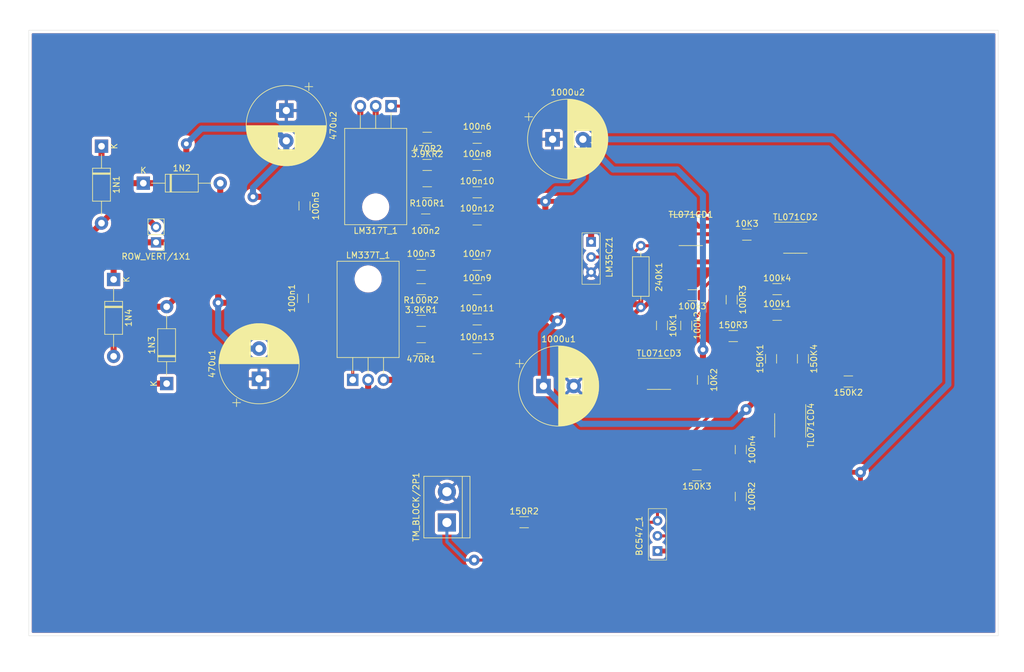
<source format=kicad_pcb>
(kicad_pcb (version 20241229) (generator "pcbnew") (generator_version "9.0")
  (layers (0 "F.Cu" signal) (2 "B.Cu" signal) (13 "F.Paste" user) (15 "B.Paste" user) (5 "F.SilkS" user "F.Silkscreen") (7 "B.SilkS" user "B.Silkscreen") (1 "F.Mask" user) (3 "B.Mask" user) (25 "Edge.Cuts" user))
  (net 0 "")
  (net 1 "Net-(1N1-K)")
  (net 2 "Net-(1N1-A)")
  (net 3 "Net-(1N2-A)")
  (net 4 "Net-(1N3-A)")
  (net 5 "Net-(LM337T_1-ADJ)")
  (net 6 "GND")
  (net 7 "Net-(LM317T_1-ADJ)")
  (net 8 "Net-(TL071CD3--)")
  (net 9 "Net-(TL071CD2-+)")
  (net 10 "Net-(3.9KR1-Pad2)")
  (net 11 "Net-(TL071CD3-+)")
  (net 12 "Net-(TL071CD1--)")
  (net 13 "Net-(TL071CD2--)")
  (net 14 "Net-(100k1-Pad2)")
  (net 15 "Net-(3.9KR2-Pad1)")
  (net 16 "Net-(100R2-Pad1)")
  (net 17 "Net-(TL071CD4--)")
  (net 18 "+12V")
  (net 19 "Net-(BC547_1-B)")
  (net 20 "Net-(100R3-Pad2)")
  (net 21 "Net-(TL071CD4-+)")
  (net 22 "Net-(BC547_1-E)")
  (net 23 "Net-(LM35CZ1-Vout)")
  (net 36 "-12V")
  (net 37 "Net-(TM_BLOCK/2P1-Pin_1)")
  (footprint "VAMK_R_SMD:1206" (layer "F.Cu") (at 177.5 106 90)
    (property "Reference" "150K1" (at 0 -1.82 90) (layer "F.SilkS"))
    (property "Value" "150k")
    (pad "1" smd roundrect (at -1.55 0 90) (size 1.3 1.75) (layers "F.Cu" "F.Mask" "F.Paste") (roundrect_rratio 0.192308) (net 37 "Net-(TM_BLOCK/2P1-Pin_1)"))
    (pad "2" smd roundrect (at 1.55 0 90) (size 1.3 1.75) (layers "F.Cu" "F.Mask" "F.Paste") (roundrect_rratio 0.192308) (net 21 "Net-(TL071CD4-+)"))
  )
  (footprint "VAMK_IC_SMD:SO8IC" (layer "F.Cu") (at 180.655 117 -90)
    (property "Reference" "TL071CD4" (at 0 -3.4 90) (layer "F.SilkS"))
    (property "Value" "TL071CD_SO8")
    (pad "1" smd roundrect (at -2.475 -1.905 270) (size 1.95 0.6) (layers "F.Cu" "F.Mask" "F.Paste"))
    (pad "2" smd roundrect (at -2.475 -0.635 270) (size 1.95 0.6) (layers "F.Cu" "F.Mask" "F.Paste") (net 17 "Net-(TL071CD4--)"))
    (pad "3" smd roundrect (at -2.475 0.635 270) (size 1.95 0.6) (layers "F.Cu" "F.Mask" "F.Paste") (net 21 "Net-(TL071CD4-+)"))
    (pad "4" smd roundrect (at -2.475 1.905 270) (size 1.95 0.6) (layers "F.Cu" "F.Mask" "F.Paste") (net 36 "-12V"))
    (pad "5" smd roundrect (at 2.475 1.905 270) (size 1.95 0.6) (layers "F.Cu" "F.Mask" "F.Paste"))
    (pad "6" smd roundrect (at 2.475 0.635 270) (size 1.95 0.6) (layers "F.Cu" "F.Mask" "F.Paste") (net 16 "Net-(100R2-Pad1)"))
    (pad "7" smd roundrect (at 2.475 -0.635 270) (size 1.95 0.6) (layers "F.Cu" "F.Mask" "F.Paste") (net 18 "+12V"))
    (pad "8" smd roundrect (at 2.475 -1.905 270) (size 1.95 0.6) (layers "F.Cu" "F.Mask" "F.Paste"))
  )
  (footprint "VAMK_R_SMD:1206" (layer "F.Cu") (at 171 96.25 -90)
    (property "Reference" "100R3" (at 0 -1.82 90) (layer "F.SilkS"))
    (property "Value" "100R")
    (pad "1" smd roundrect (at -1.55 0 270) (size 1.3 1.75) (layers "F.Cu" "F.Mask" "F.Paste") (roundrect_rratio 0.192308) (net 6 "GND"))
    (pad "2" smd roundrect (at 1.55 0 270) (size 1.3 1.75) (layers "F.Cu" "F.Mask" "F.Paste") (roundrect_rratio 0.192308) (net 20 "Net-(100R3-Pad2)"))
  )
  (footprint "VAMK_R_SMD:1206" (layer "F.Cu") (at 182.75 106 -90)
    (property "Reference" "150K4" (at 0 -1.82 90) (layer "F.SilkS"))
    (property "Value" "150k")
    (pad "1" smd roundrect (at -1.55 0 270) (size 1.3 1.75) (layers "F.Cu" "F.Mask" "F.Paste") (roundrect_rratio 0.192308) (net 14 "Net-(100k1-Pad2)"))
    (pad "2" smd roundrect (at 1.55 0 270) (size 1.3 1.75) (layers "F.Cu" "F.Mask" "F.Paste") (roundrect_rratio 0.192308) (net 21 "Net-(TL071CD4-+)"))
  )
  (footprint "VAMK_C_SMD:C1206" (layer "F.Cu") (at 100.25 96.025 90)
    (property "Reference" "100n1" (at 0 -1.85 90) (layer "F.SilkS"))
    (property "Value" "100NF_50V_CER")
    (pad "1" smd roundrect (at -1.475 0 90) (size 1.15 1.8) (layers "F.Cu" "F.Mask" "F.Paste") (roundrect_rratio 0.217391) (net 4 "Net-(1N3-A)"))
    (pad "2" smd roundrect (at 1.475 0 90) (size 1.15 1.8) (layers "F.Cu" "F.Mask" "F.Paste") (roundrect_rratio 0.217391) (net 6 "GND"))
  )
  (footprint "VAMK_C_SMD:C1206" (layer "F.Cu") (at 120.5 83 180)
    (property "Reference" "100n2" (at 0 -1.85 0) (layer "F.SilkS"))
    (property "Value" "100NF_50V_CER")
    (pad "1" smd roundrect (at -1.475 0 180) (size 1.15 1.8) (layers "F.Cu" "F.Mask" "F.Paste") (roundrect_rratio 0.217391) (net 6 "GND"))
    (pad "2" smd roundrect (at 1.475 0 180) (size 1.15 1.8) (layers "F.Cu" "F.Mask" "F.Paste") (roundrect_rratio 0.217391) (net 18 "+12V"))
  )
  (footprint "VAMK_R_SMD:1206" (layer "F.Cu") (at 171.25 102.25)
    (property "Reference" "150R3" (at 0 -1.82 0) (layer "F.SilkS"))
    (property "Value" "150R")
    (pad "1" smd roundrect (at -1.55 0) (size 1.3 1.75) (layers "F.Cu" "F.Mask" "F.Paste") (roundrect_rratio 0.192308) (net 20 "Net-(100R3-Pad2)"))
    (pad "2" smd roundrect (at 1.55 0) (size 1.3 1.75) (layers "F.Cu" "F.Mask" "F.Paste") (roundrect_rratio 0.192308) (net 11 "Net-(TL071CD3-+)"))
  )
  (footprint "VAMK_R_SMD:1206" (layer "F.Cu") (at 119.75 104.25 180)
    (property "Reference" "470R1" (at 0 -1.82 0) (layer "F.SilkS"))
    (property "Value" "470R")
    (pad "1" smd roundrect (at -1.55 0 180) (size 1.3 1.75) (layers "F.Cu" "F.Mask" "F.Paste") (roundrect_rratio 0.192308) (net 36 "-12V"))
    (pad "2" smd roundrect (at 1.55 0 180) (size 1.3 1.75) (layers "F.Cu" "F.Mask" "F.Paste") (roundrect_rratio 0.192308) (net 5 "Net-(LM337T_1-ADJ)"))
  )
  (footprint "VAMK_D:DO41" (layer "F.Cu") (at 77.75 110.1 90)
    (property "Reference" "1N3" (at 6.35 -2.47 90) (layer "F.SilkS"))
    (property "Value" "1N4007")
    (fp_text user "K" (at 0 -2.1 90) (layer "F.SilkS"))
    (pad "1" thru_hole rect (at 0 0 90) (size 2.2 2.2) (drill 1.1) (layers "*.Cu" "*.Mask") (net 2 "Net-(1N1-A)"))
    (pad "2" thru_hole oval (at 12.7 0 90) (size 2.2 2.2) (drill 1.1) (layers "*.Cu" "*.Mask") (net 4 "Net-(1N3-A)"))
  )
  (footprint "VAMK_D:DO41" (layer "F.Cu") (at 69 92.9 -90)
    (property "Reference" "1N4" (at 6.35 -2.47 90) (layer "F.SilkS"))
    (property "Value" "1N4007")
    (fp_text user "K" (at 0 -2.1 90) (layer "F.SilkS"))
    (pad "1" thru_hole rect (at 0 0 270) (size 2.2 2.2) (drill 1.1) (layers "*.Cu" "*.Mask") (net 3 "Net-(1N2-A)"))
    (pad "2" thru_hole oval (at 12.7 0 270) (size 2.2 2.2) (drill 1.1) (layers "*.Cu" "*.Mask") (net 4 "Net-(1N3-A)"))
  )
  (footprint "VAMK_R_SMD:1206" (layer "F.Cu") (at 190.25 109.75 180)
    (property "Reference" "150K2" (at 0 -1.82 0) (layer "F.SilkS"))
    (property "Value" "150k")
    (pad "1" smd roundrect (at -1.55 0 180) (size 1.3 1.75) (layers "F.Cu" "F.Mask" "F.Paste") (roundrect_rratio 0.192308) (net 6 "GND"))
    (pad "2" smd roundrect (at 1.55 0 180) (size 1.3 1.75) (layers "F.Cu" "F.Mask" "F.Paste") (roundrect_rratio 0.192308) (net 17 "Net-(TL071CD4--)"))
  )
  (footprint "VAMK_R_SMD:1206" (layer "F.Cu") (at 178.5 98.75)
    (property "Reference" "100k1" (at 0 -1.82 0) (layer "F.SilkS"))
    (property "Value" "100k")
    (pad "1" smd roundrect (at -1.55 0) (size 1.3 1.75) (layers "F.Cu" "F.Mask" "F.Paste") (roundrect_rratio 0.192308) (net 13 "Net-(TL071CD2--)"))
    (pad "2" smd roundrect (at 1.55 0) (size 1.3 1.75) (layers "F.Cu" "F.Mask" "F.Paste") (roundrect_rratio 0.192308) (net 14 "Net-(100k1-Pad2)"))
  )
  (footprint "VAMK_C_SMD:C1206" (layer "F.Cu") (at 129 104.25)
    (property "Reference" "100n13" (at 0 -1.85 0) (layer "F.SilkS"))
    (property "Value" "100NF_50V_CER")
    (pad "1" smd roundrect (at -1.475 0) (size 1.15 1.8) (layers "F.Cu" "F.Mask" "F.Paste") (roundrect_rratio 0.217391) (net 36 "-12V"))
    (pad "2" smd roundrect (at 1.475 0) (size 1.15 1.8) (layers "F.Cu" "F.Mask" "F.Paste") (roundrect_rratio 0.217391) (net 6 "GND"))
  )
  (footprint "VAMK_IC_SMD:SO8IC" (layer "F.Cu") (at 164.25 84.75)
    (property "Reference" "TL071CD1" (at 0 -2.56 0) (layer "F.SilkS"))
    (property "Value" "TL071CD_SO8")
    (pad "1" smd roundrect (at -2.475 -1.905) (size 1.95 0.6) (layers "F.Cu" "F.Mask" "F.Paste"))
    (pad "2" smd roundrect (at -2.475 -0.635) (size 1.95 0.6) (layers "F.Cu" "F.Mask" "F.Paste") (net 12 "Net-(TL071CD1--)"))
    (pad "3" smd roundrect (at -2.475 0.635) (size 1.95 0.6) (layers "F.Cu" "F.Mask" "F.Paste") (net 23 "Net-(LM35CZ1-Vout)"))
    (pad "4" smd roundrect (at -2.475 1.905) (size 1.95 0.6) (layers "F.Cu" "F.Mask" "F.Paste") (net 36 "-12V"))
    (pad "5" smd roundrect (at 2.475 1.905) (size 1.95 0.6) (layers "F.Cu" "F.Mask" "F.Paste"))
    (pad "6" smd roundrect (at 2.475 0.635) (size 1.95 0.6) (layers "F.Cu" "F.Mask" "F.Paste") (net 12 "Net-(TL071CD1--)"))
    (pad "7" smd roundrect (at 2.475 -0.635) (size 1.95 0.6) (layers "F.Cu" "F.Mask" "F.Paste") (net 18 "+12V"))
    (pad "8" smd roundrect (at 2.475 -1.905) (size 1.95 0.6) (layers "F.Cu" "F.Mask" "F.Paste"))
  )
  (footprint "VAMK_C_SMD:C1206" (layer "F.Cu") (at 129 90.5)
    (property "Reference" "100n7" (at 0 -1.85 0) (layer "F.SilkS"))
    (property "Value" "100NF_50V_CER")
    (pad "1" smd roundrect (at -1.475 0) (size 1.15 1.8) (layers "F.Cu" "F.Mask" "F.Paste") (roundrect_rratio 0.217391) (net 36 "-12V"))
    (pad "2" smd roundrect (at 1.475 0) (size 1.15 1.8) (layers "F.Cu" "F.Mask" "F.Paste") (roundrect_rratio 0.217391) (net 6 "GND"))
  )
  (footprint "VAMK_R:R3_5W" (layer "F.Cu") (at 156 92.5 90)
    (property "Reference" "240K1" (at 0 3 90) (layer "F.SilkS"))
    (property "Value" "240k")
    (pad "1" thru_hole circle (at -5 0 90) (size 1.6 1.6) (drill 0.8) (layers "*.Cu" "*.Mask") (net 36 "-12V"))
    (pad "2" thru_hole oval (at 5.16 0 90) (size 1.6 1.6) (drill 0.8) (layers "*.Cu" "*.Mask") (net 23 "Net-(LM35CZ1-Vout)"))
  )
  (footprint "VAMK_C_SMD:C1206" (layer "F.Cu") (at 129 99.5)
    (property "Reference" "100n11" (at 0 -1.85 0) (layer "F.SilkS"))
    (property "Value" "100NF_50V_CER")
    (pad "1" smd roundrect (at -1.475 0) (size 1.15 1.8) (layers "F.Cu" "F.Mask" "F.Paste") (roundrect_rratio 0.217391) (net 36 "-12V"))
    (pad "2" smd roundrect (at 1.475 0) (size 1.15 1.8) (layers "F.Cu" "F.Mask" "F.Paste") (roundrect_rratio 0.217391) (net 6 "GND"))
  )
  (footprint "VAMK_R_SMD:1206" (layer "F.Cu") (at 119.75 99.75)
    (property "Reference" "3.9KR1" (at 0 -1.82 0) (layer "F.SilkS"))
    (property "Value" "3.9k")
    (pad "1" smd roundrect (at -1.55 0) (size 1.3 1.75) (layers "F.Cu" "F.Mask" "F.Paste") (roundrect_rratio 0.192308) (net 5 "Net-(LM337T_1-ADJ)"))
    (pad "2" smd roundrect (at 1.55 0) (size 1.3 1.75) (layers "F.Cu" "F.Mask" "F.Paste") (roundrect_rratio 0.192308) (net 10 "Net-(3.9KR1-Pad2)"))
  )
  (footprint "VAMK_C:C_P_5_0_13" (layer "F.Cu") (at 141.434784 69.75)
    (property "Reference" "1000u2" (at 2.5 -7.75 0) (layer "F.SilkS"))
    (property "Value" "1000UF_50V_ELE")
    (pad "1" thru_hole rect (at 0 0) (size 2.4 2.4) (drill 1.2) (layers "*.Cu" "*.Mask") (net 6 "GND"))
    (pad "2" thru_hole circle (at 5 0) (size 2.4 2.4) (drill 1.2) (layers "*.Cu" "*.Mask") (net 18 "+12V"))
  )
  (footprint "VAMK_ANA:TO-92" (layer "F.Cu") (at 158.75 138.25 90)
    (property "Reference" "BC547_1" (at 3 -3 90) (layer "F.SilkS"))
    (property "Value" "BC547_TO92_0.1A")
    (pad "1" thru_hole rect (at 0.5 0 90) (size 1.6 1.6) (drill 0.8) (layers "*.Cu" "*.Mask") (net 18 "+12V"))
    (pad "2" thru_hole circle (at 3 0 90) (size 1.6 1.6) (drill 0.8) (layers "*.Cu" "*.Mask") (net 19 "Net-(BC547_1-B)"))
    (pad "3" thru_hole circle (at 5.5 0 90) (size 1.6 1.6) (drill 0.8) (layers "*.Cu" "*.Mask") (net 22 "Net-(BC547_1-E)"))
  )
  (footprint "VAMK_CON:TM_BLOCK_2P" (layer "F.Cu") (at 124 133.04 90)
    (property "Reference" "TM_BLOCK/2P1" (at 2.54 -5.08 90) (layer "F.SilkS"))
    (property "Value" "TM_BLOCK_2P")
    (pad "1" thru_hole rect (at 0 0 90) (size 3 3) (drill 1.52) (layers "*.Cu" "*.Mask") (net 37 "Net-(TM_BLOCK/2P1-Pin_1)"))
    (pad "2" thru_hole circle (at 5.08 0 90) (size 3 3) (drill 1.52) (layers "*.Cu" "*.Mask") (net 6 "GND"))
  )
  (footprint "VAMK_C:C_P_5_0_13" (layer "F.Cu") (at 139.934785 110.5)
    (property "Reference" "1000u1" (at 2.5 -7.75 0) (layer "F.SilkS"))
    (property "Value" "1000UF_50V_ELE")
    (pad "1" thru_hole rect (at 0 0) (size 2.4 2.4) (drill 1.2) (layers "*.Cu" "*.Mask") (net 36 "-12V"))
    (pad "2" thru_hole circle (at 5 0) (size 2.4 2.4) (drill 1.2) (layers "*.Cu" "*.Mask") (net 6 "GND"))
  )
  (footprint "VAMK_R_SMD:1206" (layer "F.Cu") (at 120.75 74)
    (property "Reference" "3.9KR2" (at 0 -1.82 0) (layer "F.SilkS"))
    (property "Value" "3.9k")
    (pad "1" smd roundrect (at -1.55 0) (size 1.3 1.75) (layers "F.Cu" "F.Mask" "F.Paste") (roundrect_rratio 0.192308) (net 15 "Net-(3.9KR2-Pad1)"))
    (pad "2" smd roundrect (at 1.55 0) (size 1.3 1.75) (layers "F.Cu" "F.Mask" "F.Paste") (roundrect_rratio 0.192308) (net 7 "Net-(LM317T_1-ADJ)"))
  )
  (footprint "VAMK_R_SMD:1206" (layer "F.Cu") (at 166.25 109.5 -90)
    (property "Reference" "10K2" (at 0 -1.82 90) (layer "F.SilkS"))
    (property "Value" "10k")
    (pad "1" smd roundrect (at -1.55 0 270) (size 1.3 1.75) (layers "F.Cu" "F.Mask" "F.Paste") (roundrect_rratio 0.192308) (net 18 "+12V"))
    (pad "2" smd roundrect (at 1.55 0 270) (size 1.3 1.75) (layers "F.Cu" "F.Mask" "F.Paste") (roundrect_rratio 0.192308) (net 11 "Net-(TL071CD3-+)"))
  )
  (footprint "VAMK_D:DO41" (layer "F.Cu") (at 73.9 77)
    (property "Reference" "1N2" (at 6.35 -2.47 0) (layer "F.SilkS"))
    (property "Value" "1N4007")
    (fp_text user "K" (at 0 -2.1 0) (layer "F.SilkS"))
    (pad "1" thru_hole rect (at 0 0) (size 2.2 2.2) (drill 1.1) (layers "*.Cu" "*.Mask") (net 1 "Net-(1N1-K)"))
    (pad "2" thru_hole oval (at 12.7 0) (size 2.2 2.2) (drill 1.1) (layers "*.Cu" "*.Mask") (net 3 "Net-(1N2-A)"))
  )
  (footprint "VAMK_R_SMD:1206" (layer "F.Cu") (at 120.75 78.5 180)
    (property "Reference" "R100R1" (at 0 -1.82 0) (layer "F.SilkS"))
    (property "Value" "100R")
    (pad "1" smd roundrect (at -1.55 0 180) (size 1.3 1.75) (layers "F.Cu" "F.Mask" "F.Paste") (roundrect_rratio 0.192308) (net 6 "GND"))
    (pad "2" smd roundrect (at 1.55 0 180) (size 1.3 1.75) (layers "F.Cu" "F.Mask" "F.Paste") (roundrect_rratio 0.192308) (net 15 "Net-(3.9KR2-Pad1)"))
  )
  (footprint "VAMK_C_SMD:C1206" (layer "F.Cu") (at 129 74)
    (property "Reference" "100n8" (at 0 -1.85 0) (layer "F.SilkS"))
    (property "Value" "100NF_50V_CER")
    (pad "1" smd roundrect (at -1.475 0) (size 1.15 1.8) (layers "F.Cu" "F.Mask" "F.Paste") (roundrect_rratio 0.217391) (net 6 "GND"))
    (pad "2" smd roundrect (at 1.475 0) (size 1.15 1.8) (layers "F.Cu" "F.Mask" "F.Paste") (roundrect_rratio 0.217391) (net 18 "+12V"))
  )
  (footprint "VAMK_R_SMD:1206" (layer "F.Cu") (at 119.75 94.5 180)
    (property "Reference" "R100R2" (at 0 -1.82 0) (layer "F.SilkS"))
    (property "Value" "100R")
    (pad "1" smd roundrect (at -1.55 0 180) (size 1.3 1.75) (layers "F.Cu" "F.Mask" "F.Paste") (roundrect_rratio 0.192308) (net 10 "Net-(3.9KR1-Pad2)"))
    (pad "2" smd roundrect (at 1.55 0 180) (size 1.3 1.75) (layers "F.Cu" "F.Mask" "F.Paste") (roundrect_rratio 0.192308) (net 6 "GND"))
  )
  (footprint "VAMK_R_SMD:1206" (layer "F.Cu") (at 172.5 128.75 -90)
    (property "Reference" "100R2" (at 0 -1.82 90) (layer "F.SilkS"))
    (property "Value" "100R")
    (pad "1" smd roundrect (at -1.55 0 270) (size 1.3 1.75) (layers "F.Cu" "F.Mask" "F.Paste") (roundrect_rratio 0.192308) (net 16 "Net-(100R2-Pad1)"))
    (pad "2" smd roundrect (at 1.55 0 270) (size 1.3 1.75) (layers "F.Cu" "F.Mask" "F.Paste") (roundrect_rratio 0.192308) (net 19 "Net-(BC547_1-B)"))
  )
  (footprint "VAMK_CON:ROW_VERT_1x2" (layer "F.Cu") (at 76 86.775 180)
    (property "Reference" "ROW_VERT/1X1" (at 0 -2.33 0) (layer "F.SilkS"))
    (property "Value" "ROW_VERT_1X2")
    (pad "1" thru_hole rect (at 0 0 180) (size 1.7 1.7) (drill 1) (layers "*.Cu" "*.Mask") (net 3 "Net-(1N2-A)"))
    (pad "2" thru_hole oval (at 0 2.54 180) (size 1.7 1.7) (drill 1) (layers "*.Cu" "*.Mask") (net 2 "Net-(1N1-A)"))
  )
  (footprint "VAMK_C:C_P_5_0_13" (layer "F.Cu") (at 97.5 65 -90)
    (property "Reference" "470u2" (at 2.5 -7.75 90) (layer "F.SilkS"))
    (property "Value" "470UF_50V_ELE")
    (pad "1" thru_hole rect (at 0 0 270) (size 2.4 2.4) (drill 1.2) (layers "*.Cu" "*.Mask") (net 6 "GND"))
    (pad "2" thru_hole circle (at 5 0 270) (size 2.4 2.4) (drill 1.2) (layers "*.Cu" "*.Mask") (net 1 "Net-(1N1-K)"))
  )
  (footprint "VAMK_R_SMD:1206" (layer "F.Cu") (at 178.5 94.5)
    (property "Reference" "100k4" (at 0 -1.82 0) (layer "F.SilkS"))
    (property "Value" "100k")
    (pad "1" smd roundrect (at -1.55 0) (size 1.3 1.75) (layers "F.Cu" "F.Mask" "F.Paste") (roundrect_rratio 0.192308) (net 13 "Net-(TL071CD2--)"))
    (pad "2" smd roundrect (at 1.55 0) (size 1.3 1.75) (layers "F.Cu" "F.Mask" "F.Paste") (roundrect_rratio 0.192308) (net 14 "Net-(100k1-Pad2)"))
  )
  (footprint "VAMK_R_SMD:1206" (layer "F.Cu") (at 136.75 133)
    (property "Reference" "150R2" (at 0 -1.82 0) (layer "F.SilkS"))
    (property "Value" "150R")
    (pad "1" smd roundrect (at -1.55 0) (size 1.3 1.75) (layers "F.Cu" "F.Mask" "F.Paste") (roundrect_rratio 0.192308) (net 37 "Net-(TM_BLOCK/2P1-Pin_1)"))
    (pad "2" smd roundrect (at 1.55 0) (size 1.3 1.75) (layers "F.Cu" "F.Mask" "F.Paste") (roundrect_rratio 0.192308) (net 22 "Net-(BC547_1-E)"))
  )
  (footprint "VAMK_C_SMD:C1206" (layer "F.Cu") (at 119.75 90.5)
    (property "Reference" "100n3" (at 0 -1.85 0) (layer "F.SilkS"))
    (property "Value" "100NF_50V_CER")
    (pad "1" smd roundrect (at -1.475 0) (size 1.15 1.8) (layers "F.Cu" "F.Mask" "F.Paste") (roundrect_rratio 0.217391) (net 6 "GND"))
    (pad "2" smd roundrect (at 1.475 0) (size 1.15 1.8) (layers "F.Cu" "F.Mask" "F.Paste") (roundrect_rratio 0.217391) (net 36 "-12V"))
  )
  (footprint "VAMK_C_SMD:C1206" (layer "F.Cu") (at 129 94.5)
    (property "Reference" "100n9" (at 0 -1.85 0) (layer "F.SilkS"))
    (property "Value" "100NF_50V_CER")
    (pad "1" smd roundrect (at -1.475 0) (size 1.15 1.8) (layers "F.Cu" "F.Mask" "F.Paste") (roundrect_rratio 0.217391) (net 36 "-12V"))
    (pad "2" smd roundrect (at 1.475 0) (size 1.15 1.8) (layers "F.Cu" "F.Mask" "F.Paste") (roundrect_rratio 0.217391) (net 6 "GND"))
  )
  (footprint "VAMK_R_SMD:1206" (layer "F.Cu") (at 159.5 100.5 -90)
    (property "Reference" "10K1" (at 0 -1.82 90) (layer "F.SilkS"))
    (property "Value" "10k")
    (pad "1" smd roundrect (at -1.55 0 270) (size 1.3 1.75) (layers "F.Cu" "F.Mask" "F.Paste") (roundrect_rratio 0.192308) (net 9 "Net-(TL071CD2-+)"))
    (pad "2" smd roundrect (at 1.55 0 270) (size 1.3 1.75) (layers "F.Cu" "F.Mask" "F.Paste") (roundrect_rratio 0.192308) (net 8 "Net-(TL071CD3--)"))
  )
  (footprint "VAMK_IC_SMD:SO8IC" (layer "F.Cu") (at 159 108.5)
    (property "Reference" "TL071CD3" (at 0 -3.4 0) (layer "F.SilkS"))
    (property "Value" "TL071CD_SO8")
    (pad "1" smd roundrect (at -2.475 -1.905) (size 1.95 0.6) (layers "F.Cu" "F.Mask" "F.Paste"))
    (pad "2" smd roundrect (at -2.475 -0.635) (size 1.95 0.6) (layers "F.Cu" "F.Mask" "F.Paste") (net 8 "Net-(TL071CD3--)"))
    (pad "3" smd roundrect (at -2.475 0.635) (size 1.95 0.6) (layers "F.Cu" "F.Mask" "F.Paste") (net 11 "Net-(TL071CD3-+)"))
    (pad "4" smd roundrect (at -2.475 1.905) (size 1.95 0.6) (layers "F.Cu" "F.Mask" "F.Paste") (net 36 "-12V"))
    (pad "5" smd roundrect (at 2.475 1.905) (size 1.95 0.6) (layers "F.Cu" "F.Mask" "F.Paste"))
    (pad "6" smd roundrect (at 2.475 0.635) (size 1.95 0.6) (layers "F.Cu" "F.Mask" "F.Paste") (net 8 "Net-(TL071CD3--)"))
    (pad "7" smd roundrect (at 2.475 -0.635) (size 1.95 0.6) (layers "F.Cu" "F.Mask" "F.Paste") (net 18 "+12V"))
    (pad "8" smd roundrect (at 2.475 -1.905) (size 1.95 0.6) (layers "F.Cu" "F.Mask" "F.Paste"))
  )
  (footprint "VAMK_C_SMD:C1206" (layer "F.Cu") (at 100.5 80.75 -90)
    (property "Reference" "100n5" (at 0 -1.85 90) (layer "F.SilkS"))
    (property "Value" "100NF_50V_CER")
    (pad "1" smd roundrect (at -1.475 0 270) (size 1.15 1.8) (layers "F.Cu" "F.Mask" "F.Paste") (roundrect_rratio 0.217391) (net 1 "Net-(1N1-K)"))
    (pad "2" smd roundrect (at 1.475 0 270) (size 1.15 1.8) (layers "F.Cu" "F.Mask" "F.Paste") (roundrect_rratio 0.217391) (net 6 "GND"))
  )
  (footprint "VAMK_R_SMD:1206" (layer "F.Cu") (at 164.5 95.5 180)
    (property "Reference" "100k3" (at 0 -1.82 0) (layer "F.SilkS"))
    (property "Value" "100k")
    (pad "1" smd roundrect (at -1.55 0 180) (size 1.3 1.75) (layers "F.Cu" "F.Mask" "F.Paste") (roundrect_rratio 0.192308) (net 9 "Net-(TL071CD2-+)"))
    (pad "2" smd roundrect (at 1.55 0 180) (size 1.3 1.75) (layers "F.Cu" "F.Mask" "F.Paste") (roundrect_rratio 0.192308) (net 6 "GND"))
  )
  (footprint "VAMK_ANA:TO-92_2" (layer "F.Cu") (at 147.8 86.2 -90)
    (property "Reference" "LM35CZ1" (at 3 -3 270) (layer "F.SilkS"))
    (property "Value" "LM35CZ_TO92")
    (pad "1" thru_hole rect (at 0.5 0 270) (size 1.6 1.6) (drill 0.8) (layers "*.Cu" "*.Mask") (net 18 "+12V"))
    (pad "2" thru_hole circle (at 3 0 270) (size 1.6 1.6) (drill 0.8) (layers "*.Cu" "*.Mask") (net 23 "Net-(LM35CZ1-Vout)"))
    (pad "3" thru_hole circle (at 5.5 0 270) (size 1.6 1.6) (drill 0.8) (layers "*.Cu" "*.Mask") (net 6 "GND"))
  )
  (footprint "VAMK_C_SMD:C1206" (layer "F.Cu") (at 129 69.5)
    (property "Reference" "100n6" (at 0 -1.85 0) (layer "F.SilkS"))
    (property "Value" "100NF_50V_CER" (hide yes))
    (pad "1" smd roundrect (at -1.475 0) (size 1.15 1.8) (layers "F.Cu" "F.Mask" "F.Paste") (roundrect_rratio 0.217391) (net 6 "GND"))
    (pad "2" smd roundrect (at 1.475 0) (size 1.15 1.8) (layers "F.Cu" "F.Mask" "F.Paste") (roundrect_rratio 0.217391) (net 18 "+12V"))
  )
  (footprint "VAMK_C_SMD:C1206" (layer "F.Cu") (at 129 83)
    (property "Reference" "100n12" (at 0 -1.85 0) (layer "F.SilkS"))
    (property "Value" "100NF_50V_CER")
    (pad "1" smd roundrect (at -1.475 0) (size 1.15 1.8) (layers "F.Cu" "F.Mask" "F.Paste") (roundrect_rratio 0.217391) (net 6 "GND"))
    (pad "2" smd roundrect (at 1.475 0) (size 1.15 1.8) (layers "F.Cu" "F.Mask" "F.Paste") (roundrect_rratio 0.217391) (net 18 "+12V"))
  )
  (footprint "VAMK_C_SMD:C1206" (layer "F.Cu") (at 172.5 121 -90)
    (property "Reference" "100n4" (at 0 -1.85 90) (layer "F.SilkS"))
    (property "Value" "100NF_50V_CER")
    (pad "1" smd roundrect (at -1.475 0 270) (size 1.15 1.8) (layers "F.Cu" "F.Mask" "F.Paste") (roundrect_rratio 0.217391) (net 17 "Net-(TL071CD4--)"))
    (pad "2" smd roundrect (at 1.475 0 270) (size 1.15 1.8) (layers "F.Cu" "F.Mask" "F.Paste") (roundrect_rratio 0.217391) (net 16 "Net-(100R2-Pad1)"))
  )
  (footprint "VAMK_D:DO41" (layer "F.Cu") (at 67 70.9 -90)
    (property "Reference" "1N1" (at 6.35 -2.47 90) (layer "F.SilkS"))
    (property "Value" "1N4007")
    (fp_text user "K" (at 0 -2.1 90) (layer "F.SilkS"))
    (pad "1" thru_hole rect (at 0 0 270) (size 2.2 2.2) (drill 1.1) (layers "*.Cu" "*.Mask") (net 1 "Net-(1N1-K)"))
    (pad "2" thru_hole oval (at 12.7 0 270) (size 2.2 2.2) (drill 1.1) (layers "*.Cu" "*.Mask") (net 2 "Net-(1N1-A)"))
  )
  (footprint "VAMK_R_SMD:1206" (layer "F.Cu") (at 120.75 69.5 180)
    (property "Reference" "470R2" (at 0 -1.82 0) (layer "F.SilkS"))
    (property "Value" "470R")
    (pad "1" smd roundrect (at -1.55 0 180) (size 1.3 1.75) (layers "F.Cu" "F.Mask" "F.Paste") (roundrect_rratio 0.192308) (net 7 "Net-(LM317T_1-ADJ)"))
    (pad "2" smd roundrect (at 1.55 0 180) (size 1.3 1.75) (layers "F.Cu" "F.Mask" "F.Paste") (roundrect_rratio 0.192308) (net 18 "+12V"))
  )
  (footprint "VAMK_R_SMD:1206" (layer "F.Cu") (at 163.5 100.5 -90)
    (property "Reference" "100k2" (at 0 -1.82 90) (layer "F.SilkS"))
    (property "Value" "100k")
    (pad "1" smd roundrect (at -1.55 0 270) (size 1.3 1.75) (layers "F.Cu" "F.Mask" "F.Paste") (roundrect_rratio 0.192308) (net 9 "Net-(TL071CD2-+)"))
    (pad "2" smd roundrect (at 1.55 0 270) (size 1.3 1.75) (layers "F.Cu" "F.Mask" "F.Paste") (roundrect_rratio 0.192308) (net 6 "GND"))
  )
  (footprint "VAMK_ANA:TO-220" (layer "F.Cu") (at 114.79 64.27 180)
    (property "Reference" "LM317T_1" (at 2.54 -20.58 0) (layer "F.SilkS"))
    (property "Value" "LM317T_TO220_1.5A")
    (pad "" np_thru_hole oval (at 2.54 -16.66 180) (size 3.5 3.5) (drill 3.5) (layers "*.Cu" "*.Mask"))
    (pad "1" thru_hole rect (at 0 0 180) (size 1.905 2) (drill 1.1) (layers "*.Cu" "*.Mask") (net 7 "Net-(LM317T_1-ADJ)"))
    (pad "2" thru_hole oval (at 2.54 0 180) (size 1.905 2) (drill 1.1) (layers "*.Cu" "*.Mask") (net 18 "+12V"))
    (pad "3" thru_hole oval (at 5.08 0 180) (size 1.905 2) (drill 1.1) (layers "*.Cu" "*.Mask") (net 1 "Net-(1N1-K)"))
  )
  (footprint "VAMK_R_SMD:1206" (layer "F.Cu") (at 165.25 125.25 180)
    (property "Reference" "150K3" (at 0 -1.82 0) (layer "F.SilkS"))
    (property "Value" "150k")
    (pad "1" smd roundrect (at -1.55 0 180) (size 1.3 1.75) (layers "F.Cu" "F.Mask" "F.Paste") (roundrect_rratio 0.192308) (net 17 "Net-(TL071CD4--)"))
    (pad "2" smd roundrect (at 1.55 0 180) (size 1.3 1.75) (layers "F.Cu" "F.Mask" "F.Paste") (roundrect_rratio 0.192308) (net 22 "Net-(BC547_1-E)"))
  )
  (footprint "VAMK_IC_SMD:SO8IC" (layer "F.Cu") (at 181.5 86)
    (property "Reference" "TL071CD2" (at 0 -3.4 0) (layer "F.SilkS"))
    (property "Value" "TL071CD_SO8")
    (pad "1" smd roundrect (at -2.475 -1.905) (size 1.95 0.6) (layers "F.Cu" "F.Mask" "F.Paste"))
    (pad "2" smd roundrect (at -2.475 -0.635) (size 1.95 0.6) (layers "F.Cu" "F.Mask" "F.Paste") (net 13 "Net-(TL071CD2--)"))
    (pad "3" smd roundrect (at -2.475 0.635) (size 1.95 0.6) (layers "F.Cu" "F.Mask" "F.Paste") (net 9 "Net-(TL071CD2-+)"))
    (pad "4" smd roundrect (at -2.475 1.905) (size 1.95 0.6) (layers "F.Cu" "F.Mask" "F.Paste") (net 36 "-12V"))
    (pad "5" smd roundrect (at 2.475 1.905) (size 1.95 0.6) (layers "F.Cu" "F.Mask" "F.Paste"))
    (pad "6" smd roundrect (at 2.475 0.635) (size 1.95 0.6) (layers "F.Cu" "F.Mask" "F.Paste") (net 14 "Net-(100k1-Pad2)"))
    (pad "7" smd roundrect (at 2.475 -0.635) (size 1.95 0.6) (layers "F.Cu" "F.Mask" "F.Paste") (net 18 "+12V"))
    (pad "8" smd roundrect (at 2.475 -1.905) (size 1.95 0.6) (layers "F.Cu" "F.Mask" "F.Paste"))
  )
  (footprint "VAMK_R_SMD:1206" (layer "F.Cu") (at 173.5 85.5)
    (property "Reference" "10K3" (at 0 -1.82 0) (layer "F.SilkS"))
    (property "Value" "10k")
    (pad "1" smd roundrect (at -1.55 0) (size 1.3 1.75) (layers "F.Cu" "F.Mask" "F.Paste") (roundrect_rratio 0.192308) (net 12 "Net-(TL071CD1--)"))
    (pad "2" smd roundrect (at 1.55 0) (size 1.3 1.75) (layers "F.Cu" "F.Mask" "F.Paste") (roundrect_rratio 0.192308) (net 13 "Net-(TL071CD2--)"))
  )
  (footprint "VAMK_ANA:TO-220" (layer "F.Cu") (at 108.46 109.48)
    (property "Reference" "LM337T_1" (at 2.54 -20.58 0) (layer "F.SilkS"))
    (property "Value" "LM337T_TO220_1.5A")
    (pad "" np_thru_hole oval (at 2.54 -16.66) (size 3.5 3.5) (drill 3.5) (layers "*.Cu" "*.Mask"))
    (pad "1" thru_hole rect (at 0 0) (size 1.905 2) (drill 1.1) (layers "*.Cu" "*.Mask") (net 5 "Net-(LM337T_1-ADJ)"))
    (pad "2" thru_hole oval (at 2.54 0) (size 1.905 2) (drill 1.1) (layers "*.Cu" "*.Mask") (net 4 "Net-(1N3-A)"))
    (pad "3" thru_hole oval (at 5.08 0) (size 1.905 2) (drill 1.1) (layers "*.Cu" "*.Mask") (net 36 "-12V"))
  )
  (footprint "VAMK_C_SMD:C1206" (layer "F.Cu") (at 129 78.5)
    (property "Reference" "100n10" (at 0 -1.85 0) (layer "F.SilkS"))
    (property "Value" "100NF_50V_CER")
    (pad "1" smd roundrect (at -1.475 0) (size 1.15 1.8) (layers "F.Cu" "F.Mask" "F.Paste") (roundrect_rratio 0.217391) (net 6 "GND"))
    (pad "2" smd roundrect (at 1.475 0) (size 1.15 1.8) (layers "F.Cu" "F.Mask" "F.Paste") (roundrect_rratio 0.217391) (net 18 "+12V"))
  )
  (footprint "VAMK_C:C_P_5_0_13" (layer "F.Cu") (at 93 109.315216 90)
    (property "Reference" "470u1" (at 2.5 -7.75 90) (layer "F.SilkS"))
    (property "Value" "470UF_50V_ELE")
    (pad "1" thru_hole rect (at 0 0 90) (size 2.4 2.4) (drill 1.2) (layers "*.Cu" "*.Mask") (net 6 "GND"))
    (pad "2" thru_hole circle (at 5 0 90) (size 2.4 2.4) (drill 1.2) (layers "*.Cu" "*.Mask") (net 4 "Net-(1N3-A)"))
  )
  (gr_rect (start 55 51.75) (end 215 151.75) (stroke (width 0.05)) (fill no) (layer "Edge.Cuts"))
  (segment (start 74.5 77) (end 73.9 77) (width 0.5) (layer "F.Cu") (net 1))
  (segment (start 92 79.25) (end 100.475 79.25) (width 1) (layer "F.Cu") (net 1))
  (segment (start 79.75 77) (end 73.9 77) (width 1) (layer "F.Cu") (net 1))
  (segment (start 81 70.5) (end 81 75.75) (width 1) (layer "F.Cu") (net 1))
  (segment (start 109.71 70.065) (end 100.5 79.275) (width 1) (layer "F.Cu") (net 1))
  (segment (start 68.75 77) (end 73.9 77) (width 1) (layer "F.Cu") (net 1))
  (segment (start 67 70.9) (end 67 75.25) (width 1) (layer "F.Cu") (net 1))
  (segment (start 67 75.25) (end 68.75 77) (width 1) (layer "F.Cu") (net 1))
  (segment (start 109.71 64.27) (end 109.71 70.065) (width 1) (layer "F.Cu") (net 1))
  (segment (start 100.475 79.25) (end 100.5 79.275) (width 1) (layer "F.Cu") (net 1))
  (segment (start 81 75.75) (end 79.75 77) (width 1) (layer "F.Cu") (net 1))
  (via (at 92 79.25) (size 1.8) (drill 0.8) (layers "F.Cu" "B.Cu") (net 1))
  (via (at 81 70.5) (size 1.8) (drill 0.8) (layers "F.Cu" "B.Cu") (net 1))
  (segment (start 95.5 68) (end 83.5 68) (width 1) (layer "B.Cu") (net 1))
  (segment (start 83.5 68) (end 81 70.5) (width 1) (layer "B.Cu") (net 1))
  (segment (start 92 77.75) (end 92 79.25) (width 1) (layer "B.Cu") (net 1))
  (segment (start 97.5 70) (end 97.5 72.25) (width 1) (layer "B.Cu") (net 1))
  (segment (start 97.5 70) (end 95.5 68) (width 1) (layer "B.Cu") (net 1))
  (segment (start 97.5 72.25) (end 92 77.75) (width 1) (layer "B.Cu") (net 1))
  (segment (start 62.5 88.1) (end 67 83.6) (width 1) (layer "F.Cu") (net 2))
  (segment (start 77.75 110.1) (end 66.35 110.1) (width 1) (layer "F.Cu") (net 2))
  (segment (start 73.765 82) (end 68.6 82) (width 1) (layer "F.Cu") (net 2))
  (segment (start 68.6 82) (end 67 83.6) (width 1) (layer "F.Cu") (net 2))
  (segment (start 62.5 106.25) (end 62.5 88.1) (width 1) (layer "F.Cu") (net 2))
  (segment (start 66.35 110.1) (end 62.5 106.25) (width 1) (layer "F.Cu") (net 2))
  (segment (start 76 84.235) (end 73.765 82) (width 1) (layer "F.Cu") (net 2))
  (segment (start 67.1 83.5) (end 67 83.6) (width 0.5) (layer "F.Cu") (net 2))
  (segment (start 81.725 86.775) (end 86.6 81.9) (width 1) (layer "F.Cu") (net 3))
  (segment (start 70.725 86.775) (end 76 86.775) (width 1) (layer "F.Cu") (net 3))
  (segment (start 69 92.9) (end 69 88.5) (width 1) (layer "F.Cu") (net 3))
  (segment (start 76 86.775) (end 81.725 86.775) (width 1) (layer "F.Cu") (net 3))
  (segment (start 69 88.5) (end 70.725 86.775) (width 1) (layer "F.Cu") (net 3))
  (segment (start 86.6 81.9) (end 86.6 77) (width 1) (layer "F.Cu") (net 3))
  (segment (start 86.25 96.75) (end 86.25 94.75) (width 1) (layer "F.Cu") (net 4))
  (segment (start 84.75 93.25) (end 81.9 93.25) (width 1) (layer "F.Cu") (net 4))
  (segment (start 69 105.6) (end 69 101.75) (width 1) (layer "F.Cu") (net 4))
  (segment (start 73.35 97.4) (end 77.75 97.4) (width 1) (layer "F.Cu") (net 4))
  (segment (start 100.25 99.75) (end 100.25 97.5) (width 1) (layer "F.Cu") (net 4))
  (segment (start 109.48 113) (end 106.25 113) (width 1) (layer "F.Cu") (net 4))
  (segment (start 69 101.75) (end 73.35 97.4) (width 1) (layer "F.Cu") (net 4))
  (segment (start 111 111.48) (end 109.48 113) (width 1) (layer "F.Cu") (net 4))
  (segment (start 86.25 94.75) (end 84.75 93.25) (width 1) (layer "F.Cu") (net 4))
  (segment (start 106.25 113) (end 103 109.75) (width 1) (layer "F.Cu") (net 4))
  (segment (start 111 109.48) (end 111 111.48) (width 1) (layer "F.Cu") (net 4))
  (segment (start 91.5 97.5) (end 100.25 97.5) (width 1) (layer "F.Cu") (net 4))
  (segment (start 90.75 96.75) (end 91.5 97.5) (width 1) (layer "F.Cu") (net 4))
  (segment (start 86.25 96.75) (end 90.75 96.75) (width 1) (layer "F.Cu") (net 4))
  (segment (start 81.9 93.25) (end 77.75 97.4) (width 1) (layer "F.Cu") (net 4))
  (segment (start 103 102.5) (end 100.25 99.75) (width 1) (layer "F.Cu") (net 4))
  (segment (start 103 109.75) (end 103 102.5) (width 1) (layer "F.Cu") (net 4))
  (via (at 86.25 96.75) (size 1.8) (drill 0.8) (layers "F.Cu" "B.Cu") (net 4))
  (segment (start 89.065216 104.315216) (end 93 104.315216) (width 1) (layer "B.Cu") (net 4))
  (segment (start 86.25 101.5) (end 89.065216 104.315216) (width 1) (layer "B.Cu") (net 4))
  (segment (start 86.25 101.5) (end 86.25 96.75) (width 1) (layer "B.Cu") (net 4))
  (segment (start 108.46 109.48) (end 108.46 106.29) (width 0.5) (layer "F.Cu") (net 5))
  (segment (start 118.2 99.75) (end 118.2 104.25) (width 0.5) (layer "F.Cu") (net 5))
  (segment (start 110.5 104.25) (end 118.2 104.25) (width 0.5) (layer "F.Cu") (net 5))
  (segment (start 108.46 106.29) (end 110.5 104.25) (width 0.5) (layer "F.Cu") (net 5))
  (segment (start 122.3 66.55) (end 122.3 69.5) (width 0.5) (layer "F.Cu") (net 7))
  (segment (start 122.3 74) (end 122.3 69.5) (width 0.5) (layer "F.Cu") (net 7))
  (segment (start 119.98 64.27) (end 120 64.25) (width 0.5) (layer "F.Cu") (net 7))
  (segment (start 120 64.25) (end 122.3 66.55) (width 0.5) (layer "F.Cu") (net 7))
  (segment (start 114.79 64.27) (end 119.98 64.27) (width 0.5) (layer "F.Cu") (net 7))
  (segment (start 161.475 109.135) (end 160.385 109.135) (width 0.5) (layer "F.Cu") (net 8))
  (segment (start 154 106.323364) (end 155.541636 107.865) (width 0.5) (layer "F.Cu") (net 8))
  (segment (start 159.115 107.865) (end 156.525 107.865) (width 0.5) (layer "F.Cu") (net 8))
  (segment (start 155.95 102.05) (end 154 104) (width 0.5) (layer "F.Cu") (net 8))
  (segment (start 154 104) (end 154 106.323364) (width 0.5) (layer "F.Cu") (net 8))
  (segment (start 160.385 109.135) (end 159.115 107.865) (width 0.5) (layer "F.Cu") (net 8))
  (segment (start 155.541636 107.865) (end 156.525 107.865) (width 0.5) (layer "F.Cu") (net 8))
  (segment (start 159.5 102.05) (end 155.95 102.05) (width 0.5) (layer "F.Cu") (net 8))
  (segment (start 180 89.5) (end 180.75 88.75) (width 0.5) (layer "F.Cu") (net 9))
  (segment (start 166.05 95.5) (end 166.05 94.625) (width 0.5) (layer "F.Cu") (net 9))
  (segment (start 180.75 87.376636) (end 180.008364 86.635) (width 0.5) (layer "F.Cu") (net 9))
  (segment (start 171.175 89.5) (end 180 89.5) (width 0.5) (layer "F.Cu") (net 9))
  (segment (start 166.05 98.2) (end 166.05 95.5) (width 0.5) (layer "F.Cu") (net 9))
  (segment (start 159.5 98.95) (end 163.5 98.95) (width 0.5) (layer "F.Cu") (net 9))
  (segment (start 165.3 98.95) (end 166.05 98.2) (width 0.5) (layer "F.Cu") (net 9))
  (segment (start 180.008364 86.635) (end 179.025 86.635) (width 0.5) (layer "F.Cu") (net 9))
  (segment (start 180.75 88.75) (end 180.75 87.376636) (width 0.5) (layer "F.Cu") (net 9))
  (segment (start 163.5 98.95) (end 165.3 98.95) (width 0.5) (layer "F.Cu") (net 9))
  (segment (start 166.05 94.625) (end 171.175 89.5) (width 0.5) (layer "F.Cu") (net 9))
  (segment (start 121.3 94.5) (end 121.3 99.75) (width 0.5) (layer "F.Cu") (net 10))
  (segment (start 164.3 113) (end 166.25 111.05) (width 0.5) (layer "F.Cu") (net 11))
  (segment (start 159.5 111.126636) (end 159.5 112.5) (width 0.5) (layer "F.Cu") (net 11))
  (segment (start 172.8 102.25) (end 172.8 106.7) (width 0.5) (layer "F.Cu") (net 11))
  (segment (start 159.5 112.5) (end 160 113) (width 0.5) (layer "F.Cu") (net 11))
  (segment (start 168.45 111.05) (end 166.25 111.05) (width 0.5) (layer "F.Cu") (net 11))
  (segment (start 156.525 109.135) (end 157.508364 109.135) (width 0.5) (layer "F.Cu") (net 11))
  (segment (start 172.8 106.7) (end 168.45 111.05) (width 0.5) (layer "F.Cu") (net 11))
  (segment (start 160 113) (end 164.3 113) (width 0.5) (layer "F.Cu") (net 11))
  (segment (start 157.508364 109.135) (end 159.5 111.126636) (width 0.5) (layer "F.Cu") (net 11))
  (segment (start 166.725 85.385) (end 166.84 85.5) (width 0.5) (layer "F.Cu") (net 12))
  (segment (start 163.201636 84.115) (end 164.471636 85.385) (width 0.5) (layer "F.Cu") (net 12))
  (segment (start 166.84 85.5) (end 171.95 85.5) (width 0.5) (layer "F.Cu") (net 12))
  (segment (start 161.775 84.115) (end 163.201636 84.115) (width 0.5) (layer "F.Cu") (net 12))
  (segment (start 164.471636 85.385) (end 166.725 85.385) (width 0.5) (layer "F.Cu") (net 12))
  (segment (start 176.95 94.3) (end 181.75 89.5) (width 0.5) (layer "F.Cu") (net 13))
  (segment (start 181.75 89.5) (end 181.75 86.961008) (width 0.5) (layer "F.Cu") (net 13))
  (segment (start 176.95 94.5) (end 176.95 98.75) (width 0.5) (layer "F.Cu") (net 13))
  (segment (start 181.75 86.961008) (end 180.153992 85.365) (width 0.5) (layer "F.Cu") (net 13))
  (segment (start 175.185 85.365) (end 175.05 85.5) (width 0.5) (layer "F.Cu") (net 13))
  (segment (start 176.95 94.5) (end 176.95 94.3) (width 0.5) (layer "F.Cu") (net 13))
  (segment (start 180.153992 85.365) (end 179.025 85.365) (width 0.5) (layer "F.Cu") (net 13))
  (segment (start 179.025 85.365) (end 175.185 85.365) (width 0.5) (layer "F.Cu") (net 13))
  (segment (start 182.25 94.5) (end 187 89.75) (width 0.5) (layer "F.Cu") (net 14))
  (segment (start 184.958364 86.635) (end 183.975 86.635) (width 0.5) (layer "F.Cu") (net 14))
  (segment (start 187 89.75) (end 187 88.676636) (width 0.5) (layer "F.Cu") (net 14))
  (segment (start 181.5 98.75) (end 182.75 100) (width 0.5) (layer "F.Cu") (net 14))
  (segment (start 180.05 94.5) (end 180.05 98.75) (width 0.5) (layer "F.Cu") (net 14))
  (segment (start 187 88.676636) (end 184.958364 86.635) (width 0.5) (layer "F.Cu") (net 14))
  (segment (start 180.05 94.5) (end 182.25 94.5) (width 0.5) (layer "F.Cu") (net 14))
  (segment (start 182.75 100) (end 182.75 104.45) (width 0.5) (layer "F.Cu") (net 14))
  (segment (start 180.05 98.75) (end 181.5 98.75) (width 0.5) (layer "F.Cu") (net 14))
  (segment (start 119.2 78.5) (end 119.2 74) (width 0.5) (layer "F.Cu") (net 15))
  (segment (start 172.5 122.475) (end 172.5 127.2) (width 0.5) (layer "F.Cu") (net 16))
  (segment (start 178.003364 122.475) (end 180.02 120.458364) (width 0.5) (layer "F.Cu") (net 16))
  (segment (start 180.02 120.458364) (end 180.02 119.475) (width 0.5) (layer "F.Cu") (net 16))
  (segment (start 172.5 122.475) (end 178.003364 122.475) (width 0.5) (layer "F.Cu") (net 16))
  (segment (start 172.5 119.525) (end 175.275 116.75) (width 0.5) (layer "F.Cu") (net 17))
  (segment (start 185.081636 109.75) (end 181.29 113.541636) (width 0.5) (layer "F.Cu") (net 17))
  (segment (start 166.75 122.5) (end 169.725 119.525) (width 0.5) (layer "F.Cu") (net 17))
  (segment (start 166.8 125.25) (end 166.75 125.2) (width 0.5) (layer "F.Cu") (net 17))
  (segment (start 180.048364 116.75) (end 181.29 115.508364) (width 0.5) (layer "F.Cu") (net 17))
  (segment (start 166.75 125.2) (end 166.75 122.5) (width 0.5) (layer "F.Cu") (net 17))
  (segment (start 188.7 109.75) (end 185.081636 109.75) (width 0.5) (layer "F.Cu") (net 17))
  (segment (start 181.29 115.508364) (end 181.29 114.525) (width 0.5) (layer "F.Cu") (net 17))
  (segment (start 175.275 116.75) (end 180.048364 116.75) (width 0.5) (layer "F.Cu") (net 17))
  (segment (start 169.725 119.525) (end 172.5 119.525) (width 0.5) (layer "F.Cu") (net 17))
  (segment (start 181.29 113.541636) (end 181.29 114.525) (width 0.5) (layer "F.Cu") (net 17))
  (segment (start 119.025 84.525) (end 120.25 85.75) (width 1) (layer "F.Cu") (net 18))
  (segment (start 117.5 66.75) (end 119.2 68.45) (width 1) (layer "F.Cu") (net 18))
  (segment (start 138.25 80) (end 135.5 77.25) (width 1) (layer "F.Cu") (net 18))
  (segment (start 130.475 74) (end 130.475 69.5) (width 1) (layer "F.Cu") (net 18))
  (segment (start 112.825 66.75) (end 117.5 66.75) (width 1) (layer "F.Cu") (net 18))
  (segment (start 132.725 67.25) (end 130.475 69.5) (width 1) (layer "F.Cu") (net 18))
  (segment (start 181.29 120.670496) (end 185.369504 124.75) (width 0.8) (layer "F.Cu") (net 18))
  (segment (start 119.2 69.5) (end 119.2 70.55) (width 1) (layer "F.Cu") (net 18))
  (segment (start 115.75 79.725) (end 119.025 83) (width 1) (layer "F.Cu") (net 18))
  (segment (start 166.725 84.115) (end 165.529504 84.115) (width 0.8) (layer "F.Cu") (net 18))
  (segment (start 183.975 85.365) (end 186.135 85.365) (width 0.8) (layer "F.Cu") (net 18))
  (segment (start 192.25 124.75) (end 192.25 130) (width 0.8) (layer "F.Cu") (net 18))
  (segment (start 135.5 77.25) (end 135.5 68) (width 1) (layer "F.Cu") (net 18))
  (segment (start 130.475 83) (end 130.475 78.5) (width 1) (layer "F.Cu") (net 18))
  (segment (start 173 80.25) (end 169.135 84.115) (width 0.8) (layer "F.Cu") (net 18))
  (segment (start 164.25 81) (end 163.25 80) (width 0.8) (layer "F.Cu") (net 18))
  (segment (start 164.25 82.835496) (end 164.25 81) (width 0.8) (layer "F.Cu") (net 18))
  (segment (start 188.75 81) (end 188 80.25) (width 0.8) (layer "F.Cu") (net 18))
  (segment (start 112.25 66.175) (end 112.825 66.75) (width 1) (layer "F.Cu") (net 18))
  (segment (start 140.25 83.5) (end 140.25 80) (width 1) (layer "F.Cu") (net 18))
  (segment (start 129.25 85.75) (end 130.475 84.525) (width 1) (layer "F.Cu") (net 18))
  (segment (start 135.5 68) (end 134.75 67.25) (width 1) (layer "F.Cu") (net 18))
  (segment (start 119.2 70.55) (end 115.75 74) (width 1) (layer "F.Cu") (net 18))
  (segment (start 130.475 84.525) (end 130.475 83) (width 1) (layer "F.Cu") (net 18))
  (segment (start 188 80.25) (end 173 80.25) (width 0.8) (layer "F.Cu") (net 18))
  (segment (start 134.75 67.25) (end 132.725 67.25) (width 1) (layer "F.Cu") (net 18))
  (segment (start 147.8 85.05) (end 147.8 86.7) (width 1) (layer "F.Cu") (net 18))
  (segment (start 186.135 85.365) (end 188.75 82.75) (width 0.8) (layer "F.Cu") (net 18))
  (segment (start 130.475 78.5) (end 130.475 74) (width 1) (layer "F.Cu") (net 18))
  (segment (start 185.369504 124.75) (end 192.25 124.75) (width 0.8) (layer "F.Cu") (net 18))
  (segment (start 166.165 107.865) (end 161.475 107.865) (width 0.8) (layer "F.Cu") (net 18))
  (segment (start 146.75 84) (end 140.75 84) (width 1) (layer "F.Cu") (net 18))
  (segment (start 120.25 85.75) (end 129.25 85.75) (width 1) (layer "F.Cu") (net 18))
  (segment (start 169.135 84.115) (end 166.725 84.115) (width 0.8) (layer "F.Cu") (net 18))
  (segment (start 119.025 83) (end 119.025 84.525) (width 1) (layer "F.Cu") (net 18))
  (segment (start 192.25 130) (end 184.5 137.75) (width 0.8) (layer "F.Cu") (net 18))
  (segment (start 166.25 104.5) (end 166.25 107.95) (width 1) (layer "F.Cu") (net 18))
  (segment (start 115.75 74) (end 115.75 79.725) (width 1) (layer "F.Cu") (net 18))
  (segment (start 163.25 80) (end 140.25 80) (width 0.8) (layer "F.Cu") (net 18))
  (segment (start 112.25 64.27) (end 112.25 66.175) (width 1) (layer "F.Cu") (net 18))
  (segment (start 119.2 68.45) (end 119.2 69.5) (width 1) (layer "F.Cu") (net 18))
  (segment (start 140.75 84) (end 140.25 83.5) (width 1) (layer "F.Cu") (net 18))
  (segment (start 147.8 85.05) (end 146.75 84) (width 1) (layer "F.Cu") (net 18))
  (segment (start 165.529504 84.115) (end 164.25 82.835496) (width 0.8) (layer "F.Cu") (net 18))
  (segment (start 181.29 119.475) (end 181.29 120.670496) (width 0.8) (layer "F.Cu") (net 18))
  (segment (start 188.75 82.75) (end 188.75 81) (width 0.8) (layer "F.Cu") (net 18))
  (segment (start 184.5 137.75) (end 158.75 137.75) (width 0.8) (layer "F.Cu") (net 18))
  (segment (start 140.25 80) (end 138.25 80) (width 1) (layer "F.Cu") (net 18))
  (via (at 140.25 80) (size 1.8) (drill 0.8) (layers "F.Cu" "B.Cu") (net 18))
  (via (at 192.25 124.75) (size 1.8) (drill 0.8) (layers "F.Cu" "B.Cu") (net 18))
  (via (at 166.25 104.5) (size 1.8) (drill 0.8) (layers "F.Cu" "B.Cu") (net 18))
  (segment (start 162 74.75) (end 151.434784 74.75) (width 1) (layer "B.Cu") (net 18))
  (segment (start 151.434784 74.75) (end 146.434784 69.75) (width 1) (layer "B.Cu") (net 18))
  (segment (start 144.5 78) (end 142 78) (width 1) (layer "B.Cu") (net 18))
  (segment (start 166.25 104.5) (end 166.25 79) (width 1) (layer "B.Cu") (net 18))
  (segment (start 140.25 79.75) (end 140.25 80) (width 1) (layer "B.Cu") (net 18))
  (segment (start 142 78) (end 140.25 79.75) (width 1) (layer "B.Cu") (net 18))
  (segment (start 206.75 110.25) (end 206.75 89) (width 1) (layer "B.Cu") (net 18))
  (segment (start 146.434784 69.75) (end 146.434784 76.065216) (width 1) (layer "B.Cu") (net 18))
  (segment (start 166.25 79) (end 162 74.75) (width 1) (layer "B.Cu") (net 18))
  (segment (start 187.5 69.75) (end 146.434784 69.75) (width 1) (layer "B.Cu") (net 18))
  (segment (start 192.25 124.75) (end 206.75 110.25) (width 1) (layer "B.Cu") (net 18))
  (segment (start 146.434784 76.065216) (end 144.5 78) (width 1) (layer "B.Cu") (net 18))
  (segment (start 206.75 89) (end 187.5 69.75) (width 1) (layer "B.Cu") (net 18))
  (segment (start 172.5 132) (end 169.25 135.25) (width 0.5) (layer "F.Cu") (net 19))
  (segment (start 172.5 130.3) (end 172.5 132) (width 0.5) (layer "F.Cu") (net 19))
  (segment (start 169.25 135.25) (end 158.75 135.25) (width 0.5) (layer "F.Cu") (net 19))
  (segment (start 169.7 99.1) (end 171 97.8) (width 0.5) (layer "F.Cu") (net 20))
  (segment (start 169.7 102.25) (end 169.7 99.1) (width 0.5) (layer "F.Cu") (net 20))
  (segment (start 180.5 105.25) (end 180.5 106) (width 0.5) (layer "F.Cu") (net 21))
  (segment (start 182.75 108.75) (end 180.02 111.48) (width 0.5) (layer "F.Cu") (net 21))
  (segment (start 179.7 104.45) (end 180.5 105.25) (width 0.5) (layer "F.Cu") (net 21))
  (segment (start 177.5 104.45) (end 179.7 104.45) (width 0.5) (layer "F.Cu") (net 21))
  (segment (start 180.5 106) (end 182.05 107.55) (width 0.5) (layer "F.Cu") (net 21))
  (segment (start 182.75 107.55) (end 182.75 108.75) (width 0.5) (layer "F.Cu") (net 21))
  (segment (start 182.05 107.55) (end 182.75 107.55) (width 0.5) (layer "F.Cu") (net 21))
  (segment (start 180.02 111.48) (end 180.02 114.525) (width 0.5) (layer "F.Cu") (net 21))
  (segment (start 162.5 125.25) (end 158.75 129) (width 0.5) (layer "F.Cu") (net 22))
  (segment (start 163.7 125.25) (end 162.5 125.25) (width 0.5) (layer "F.Cu") (net 22))
  (segment (start 158.75 129) (end 158.75 132.75) (width 0.5) (layer "F.Cu") (net 22))
  (segment (start 158.25 133) (end 138.3 133) (width 0.5) (layer "F.Cu") (net 22))
  (segment (start 158.75 132.75) (end 158.5 132.75) (width 0.5) (layer "F.Cu") (net 22))
  (segment (start 158.5 132.75) (end 158.25 133) (width 0.5) (layer "F.Cu") (net 22))
  (segment (start 154.14 89.2) (end 147.8 89.2) (width 0.5) (layer "F.Cu") (net 23))
  (segment (start 161.775 85.385) (end 159.615 85.385) (width 0.5) (layer "F.Cu") (net 23))
  (segment (start 157.66 87.34) (end 156 87.34) (width 0.5) (layer "F.Cu") (net 23))
  (segment (start 156 87.34) (end 154.14 89.2) (width 0.5) (layer "F.Cu") (net 23))
  (segment (start 159.615 85.385) (end 157.66 87.34) (width 0.5) (layer "F.Cu") (net 23))
  (segment (start 152.155 110.405) (end 156.525 110.405) (width 0.8) (layer "F.Cu") (net 36))
  (segment (start 125.275 88.25) (end 127.525 90.5) (width 1) (layer "F.Cu") (net 36))
  (segment (start 136.5 97.25) (end 135 98.75) (width 1) (layer "F.Cu") (net 36))
  (segment (start 163 90) (end 162.5 90.5) (width 0.8) (layer "F.Cu") (net 36))
  (segment (start 135 98.75) (end 135 107.25) (width 1) (layer "F.Cu") (net 36))
  (segment (start 121.3 104.25) (end 121.5 104.25) (width 1) (layer "F.Cu") (net 36))
  (segment (start 121.225 90.5) (end 121.225 89.525) (width 1) (layer "F.Cu") (net 36))
  (segment (start 121.225 89.525) (end 122.5 88.25) (width 1) (layer "F.Cu") (net 36))
  (segment (start 142.25 99.75) (end 145 97) (width 1) (layer "F.Cu") (net 36))
  (segment (start 135 107.25) (end 132.5 109.75) (width 1) (layer "F.Cu") (net 36))
  (segment (start 161.775 86.655) (end 160.845 86.655) (width 0.8) (layer "F.Cu") (net 36))
  (segment (start 119.98 109.48) (end 120 109.5) (width 1) (layer "F.Cu") (net 36))
  (segment (start 159.75 95.25) (end 158.75 95.25) (width 0.8) (layer "F.Cu") (net 36))
  (segment (start 158.75 95.25) (end 156.5 97.5) (width 0.8) (layer "F.Cu") (net 36))
  (segment (start 123.75 93.025) (end 121.225 90.5) (width 1) (layer "F.Cu") (net 36))
  (segment (start 150.75 109) (end 152.155 110.405) (width 0.8) (layer "F.Cu") (net 36))
  (segment (start 156 97.5) (end 150.75 102.75) (width 0.8) (layer "F.Cu") (net 36))
  (segment (start 129.75 109.75) (end 127.525 107.525) (width 1) (layer "F.Cu") (net 36))
  (segment (start 139.25 97.25) (end 136.5 97.25) (width 1) (layer "F.Cu") (net 36))
  (segment (start 173.375 114.375) (end 175 112.75) (width 1) (layer "F.Cu") (net 36))
  (segment (start 175 112.75) (end 177.5 112.75) (width 1) (layer "F.Cu") (net 36))
  (segment (start 132.5 109.75) (end 129.75 109.75) (width 1) (layer "F.Cu") (net 36))
  (segment (start 169.845 87.905) (end 167.75 90) (width 0.8) (layer "F.Cu") (net 36))
  (segment (start 120 109.5) (end 121.3 108.2) (width 1) (layer "F.Cu") (net 36))
  (segment (start 121.5 104.25) (end 123.75 102) (width 1) (layer "F.Cu") (net 36))
  (segment (start 127.525 90.5) (end 127.525 94.5) (width 1) (layer "F.Cu") (net 36))
  (segment (start 150.75 102.75) (end 150.75 109) (width 0.8) (layer "F.Cu") (net 36))
  (segment (start 142.25 99.75) (end 141.75 99.75) (width 1) (layer "F.Cu") (net 36))
  (segment (start 155.5 97) (end 156 97.5) (width 1) (layer "F.Cu") (net 36))
  (segment (start 156.5 97.5) (end 156 97.5) (width 0.8) (layer "F.Cu") (net 36))
  (segment (start 123.75 102) (end 123.75 93.025) (width 1) (layer "F.Cu") (net 36))
  (segment (start 145 97) (end 155.5 97) (width 1) (layer "F.Cu") (net 36))
  (segment (start 177.5 112.75) (end 178.719 113.969) (width 1) (layer "F.Cu") (net 36))
  (segment (start 178.719 113.969) (end 178.719 114.525) (width 1) (layer "F.Cu") (net 36))
  (segment (start 162.5 92.5) (end 159.75 95.25) (width 0.8) (layer "F.Cu") (net 36))
  (segment (start 156 91.5) (end 156 97.5) (width 0.8) (layer "F.Cu") (net 36))
  (segment (start 121.3 108.2) (end 121.3 104.25) (width 1) (layer "F.Cu") (net 36))
  (segment (start 179.025 87.905) (end 169.845 87.905) (width 0.8) (layer "F.Cu") (net 36))
  (segment (start 113.54 109.48) (end 119.98 109.48) (width 1) (layer "F.Cu") (net 36))
  (segment (start 141.75 99.75) (end 139.25 97.25) (width 1) (layer "F.Cu") (net 36))
  (segment (start 127.525 94.5) (end 127.525 99.5) (width 1) (layer "F.Cu") (net 36))
  (segment (start 127.525 107.525) (end 127.525 104.25) (width 1) (layer "F.Cu") (net 36))
  (segment (start 167.75 90) (end 163 90) (width 0.8) (layer "F.Cu") (net 36))
  (segment (start 160.845 86.655) (end 156 91.5) (width 0.8) (layer "F.Cu") (net 36))
  (segment (start 127.525 99.5) (end 127.525 104.25) (width 1) (layer "F.Cu") (net 36))
  (segment (start 162.5 90.5) (end 162.5 92.5) (width 0.8) (layer "F.Cu") (net 36))
  (segment (start 122.5 88.25) (end 125.275 88.25) (width 1) (layer "F.Cu") (net 36))
  (via (at 142.25 99.75) (size 1.8) (drill 0.8) (layers "F.Cu" "B.Cu") (net 36))
  (via (at 173.375 114.375) (size 1.8) (drill 0.8) (layers "F.Cu" "B.Cu") (net 36))
  (segment (start 146.184785 116.75) (end 139.934785 110.5) (width 1) (layer "B.Cu") (net 36))
  (segment (start 173.375 114.375) (end 171 116.75) (width 1) (layer "B.Cu") (net 36))
  (segment (start 171 116.75) (end 146.184785 116.75) (width 1) (layer "B.Cu") (net 36))
  (segment (start 140 110.434785) (end 140 102) (width 1) (layer "B.Cu") (net 36))
  (segment (start 139.934785 110.5) (end 140 110.434785) (width 1) (layer "B.Cu") (net 36))
  (segment (start 140 102) (end 142.25 99.75) (width 1) (layer "B.Cu") (net 36))
  (segment (start 135.2 135.05) (end 135.2 133) (width 0.5) (layer "F.Cu") (net 37))
  (segment (start 131 139.25) (end 135.2 135.05) (width 0.5) (layer "F.Cu") (net 37))
  (segment (start 159.75 123) (end 141.25 123) (width 0.5) (layer "F.Cu") (net 37))
  (segment (start 135.2 129.05) (end 135.2 133) (width 0.5) (layer "F.Cu") (net 37))
  (segment (start 175.2 107.55) (end 159.75 123) (width 0.5) (layer "F.Cu") (net 37))
  (segment (start 124.04 133) (end 124 133.04) (width 0.5) (layer "F.Cu") (net 37))
  (segment (start 141.25 123) (end 135.2 129.05) (width 0.5) (layer "F.Cu") (net 37))
  (segment (start 177.5 107.55) (end 175.2 107.55) (width 0.5) (layer "F.Cu") (net 37))
  (segment (start 128.5 139.25) (end 131 139.25) (width 0.5) (layer "F.Cu") (net 37))
  (via (at 128.5 139.25) (size 1.8) (drill 0.8) (layers "F.Cu" "B.Cu") (net 37))
  (segment (start 124 133.04) (end 124 136.25) (width 0.5) (layer "B.Cu") (net 37))
  (segment (start 124 136.25) (end 127 139.25) (width 0.5) (layer "B.Cu") (net 37))
  (segment (start 127 139.25) (end 128.5 139.25) (width 0.5) (layer "B.Cu") (net 37))
  (zone (net 6) (net_name "GND") (layers "F.Cu" "B.Cu") (connect_pads (clearance 0.5)) (min_thickness 0.25) (fill yes (thermal_gap 0.5) (thermal_bridge_width 0.5))
    (polygon (pts (xy 50.25 46.75) (xy 219.109593 46.75) (xy 219.25 157.75) (xy 50.25 157.75)))
  )
)
</source>
